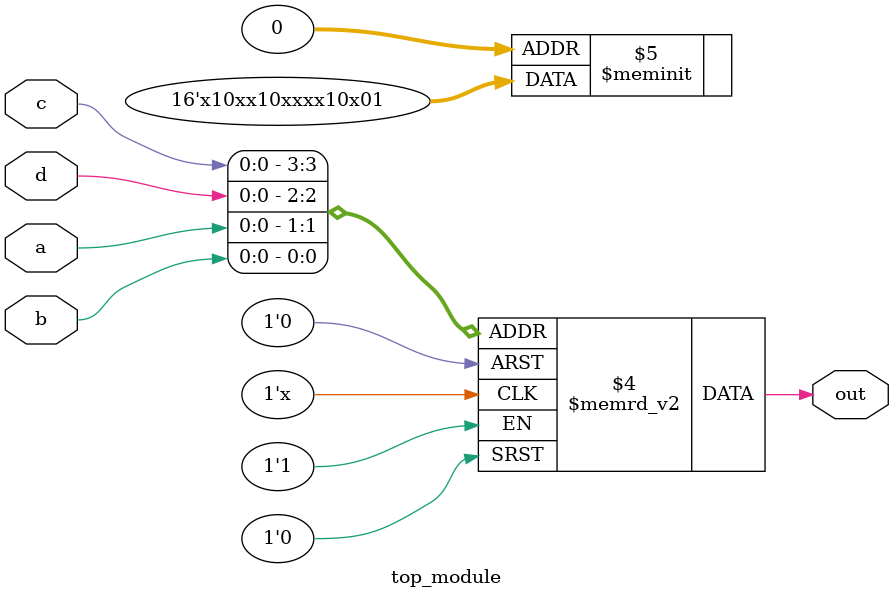
<source format=sv>
module top_module (
    input a, 
    input b,
    input c,
    input d,
    output reg out
);

always @(*) begin
    case ({c, d, a, b})
        4'b0000, 4'b0100, 4'b1010, 4'b1110: out = 1'b1;
        4'b0001, 4'b0011, 4'b1001, 4'b1101: out = 1'b0;
        default: out = 1'bx;
    endcase
end

endmodule

</source>
